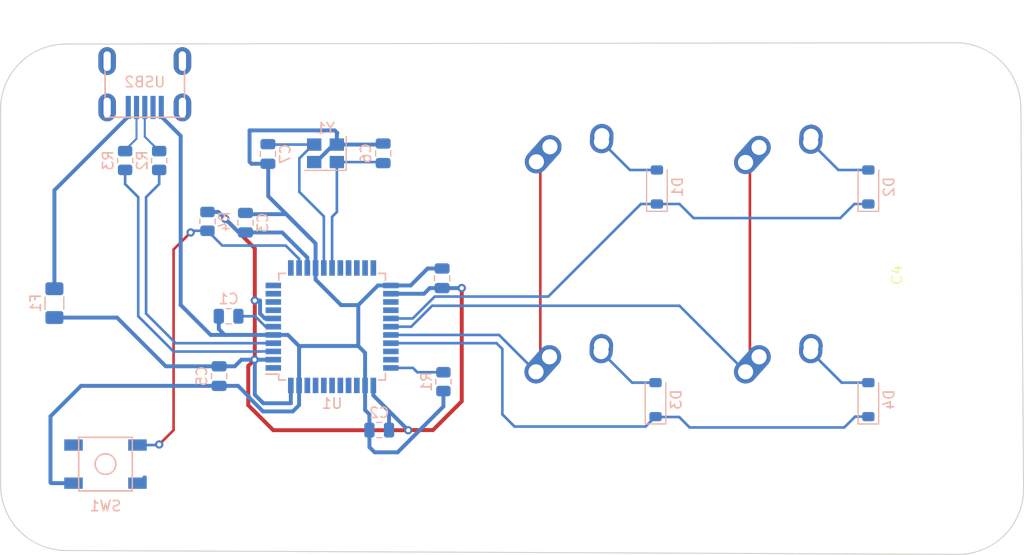
<source format=kicad_pcb>
(kicad_pcb (version 20221018) (generator pcbnew)
  (layers (0 "F.Cu" signal) (31 "B.Cu" signal) (34 "B.Paste" user) (35 "F.Paste" user) (36 "B.SilkS" user "B.Silkscreen") (37 "F.SilkS" user "F.Silkscreen") (38 "B.Mask" user) (39 "F.Mask" user) (44 "Edge.Cuts" user))
  (net 0 "")
  (net 1 "Net-(U1-UCAP)")
  (net 2 "GND")
  (net 3 "+5V")
  (net 4 "Net-(U1-XTAL1)")
  (net 5 "Net-(U1-XTAL2)")
  (net 6 "ROW 0")
  (net 7 "Net-(D1-A)")
  (net 8 "Net-(D2-A)")
  (net 9 "ROW 1")
  (net 10 "Net-(D3-A)")
  (net 11 "Net-(D4-A)")
  (net 12 "VCC")
  (net 13 "COL 0")
  (net 14 "COL 1")
  (net 15 "Net-(U1-~{HWB}{slash}PE2)")
  (net 16 "D+")
  (net 17 "Net-(U1-D+)")
  (net 18 "D-")
  (net 19 "Net-(U1-D-)")
  (net 20 "Net-(U1-~{RESET})")
  (footprint "MX_Alps_Hybrid:MX-1U-NoLED" (layer "F.Cu") (at 142.962 105.854)
    (fp_text reference "MX4")
    (fp_text value "MX-NoLED")
    (pad "" np_thru_hole circle (at -5.08 0 48.0996) (size 1.75 1.75) (drill 1.75) (layers "*.Cu" "*.Mask"))
    (pad "" np_thru_hole circle (at 0 0) (size 3.9878 3.9878) (drill 3.9878) (layers "*.Cu" "*.Mask"))
    (pad "" np_thru_hole circle (at 5.08 0 48.0996) (size 1.75 1.75) (drill 1.75) (layers "*.Cu" "*.Mask"))
    (pad "1" thru_hole oval (at -3.81 -2.54 48.0996) (size 4.211556 2.25) (drill 1.47 (offset 0.980778 0)) (layers "*.Cu" "B.Mask") (net 14 "COL 1"))
    (pad "1" thru_hole circle (at -2.5 -4) (size 2.25 2.25) (drill 1.47) (layers "*.Cu" "B.Mask") (net 14 "COL 1"))
    (pad "2" thru_hole oval (at 2.5 -4.5 86.0548) (size 2.831378 2.25) (drill 1.47 (offset 0.290689 0)) (layers "*.Cu" "B.Mask") (net 11 "Net-(D4-A)"))
    (pad "2" thru_hole circle (at 2.54 -5.08) (size 2.25 2.25) (drill 1.47) (layers "*.Cu" "B.Mask") (net 11 "Net-(D4-A)"))
  )
  (footprint "MX_Alps_Hybrid:MX-1U-NoLED" (layer "F.Cu") (at 122.682 85.471)
    (fp_text reference "MX1")
    (fp_text value "MX-NoLED")
    (pad "" np_thru_hole circle (at -5.08 0 48.0996) (size 1.75 1.75) (drill 1.75) (layers "*.Cu" "*.Mask"))
    (pad "" np_thru_hole circle (at 0 0) (size 3.9878 3.9878) (drill 3.9878) (layers "*.Cu" "*.Mask"))
    (pad "" np_thru_hole circle (at 5.08 0 48.0996) (size 1.75 1.75) (drill 1.75) (layers "*.Cu" "*.Mask"))
    (pad "1" thru_hole oval (at -3.81 -2.54 48.0996) (size 4.211556 2.25) (drill 1.47 (offset 0.980778 0)) (layers "*.Cu" "B.Mask") (net 13 "COL 0"))
    (pad "1" thru_hole circle (at -2.5 -4) (size 2.25 2.25) (drill 1.47) (layers "*.Cu" "B.Mask") (net 13 "COL 0"))
    (pad "2" thru_hole oval (at 2.5 -4.5 86.0548) (size 2.831378 2.25) (drill 1.47 (offset 0.290689 0)) (layers "*.Cu" "B.Mask") (net 7 "Net-(D1-A)"))
    (pad "2" thru_hole circle (at 2.54 -5.08) (size 2.25 2.25) (drill 1.47) (layers "*.Cu" "B.Mask") (net 7 "Net-(D1-A)"))
  )
  (footprint "MX_Alps_Hybrid:MX-1U-NoLED" (layer "F.Cu") (at 122.642 105.854)
    (fp_text reference "MX3")
    (fp_text value "MX-NoLED")
    (pad "" np_thru_hole circle (at -5.08 0 48.0996) (size 1.75 1.75) (drill 1.75) (layers "*.Cu" "*.Mask"))
    (pad "" np_thru_hole circle (at 0 0) (size 3.9878 3.9878) (drill 3.9878) (layers "*.Cu" "*.Mask"))
    (pad "" np_thru_hole circle (at 5.08 0 48.0996) (size 1.75 1.75) (drill 1.75) (layers "*.Cu" "*.Mask"))
    (pad "1" thru_hole oval (at -3.81 -2.54 48.0996) (size 4.211556 2.25) (drill 1.47 (offset 0.980778 0)) (layers "*.Cu" "B.Mask") (net 13 "COL 0"))
    (pad "1" thru_hole circle (at -2.5 -4) (size 2.25 2.25) (drill 1.47) (layers "*.Cu" "B.Mask") (net 13 "COL 0"))
    (pad "2" thru_hole oval (at 2.5 -4.5 86.0548) (size 2.831378 2.25) (drill 1.47 (offset 0.290689 0)) (layers "*.Cu" "B.Mask") (net 10 "Net-(D3-A)"))
    (pad "2" thru_hole circle (at 2.54 -5.08) (size 2.25 2.25) (drill 1.47) (layers "*.Cu" "B.Mask") (net 10 "Net-(D3-A)"))
  )
  (footprint "MX_Alps_Hybrid:MX-1U-NoLED" (layer "F.Cu") (at 142.962 85.534)
    (fp_text reference "MX2")
    (fp_text value "MX-NoLED")
    (pad "" np_thru_hole circle (at -5.08 0 48.0996) (size 1.75 1.75) (drill 1.75) (layers "*.Cu" "*.Mask"))
    (pad "" np_thru_hole circle (at 0 0) (size 3.9878 3.9878) (drill 3.9878) (layers "*.Cu" "*.Mask"))
    (pad "" np_thru_hole circle (at 5.08 0 48.0996) (size 1.75 1.75) (drill 1.75) (layers "*.Cu" "*.Mask"))
    (pad "1" thru_hole oval (at -3.81 -2.54 48.0996) (size 4.211556 2.25) (drill 1.47 (offset 0.980778 0)) (layers "*.Cu" "B.Mask") (net 14 "COL 1"))
    (pad "1" thru_hole circle (at -2.5 -4) (size 2.25 2.25) (drill 1.47) (layers "*.Cu" "B.Mask") (net 14 "COL 1"))
    (pad "2" thru_hole oval (at 2.5 -4.5 86.0548) (size 2.831378 2.25) (drill 1.47 (offset 0.290689 0)) (layers "*.Cu" "B.Mask") (net 8 "Net-(D2-A)"))
    (pad "2" thru_hole circle (at 2.54 -5.08) (size 2.25 2.25) (drill 1.47) (layers "*.Cu" "B.Mask") (net 8 "Net-(D2-A)"))
  )
  (footprint "Capacitor_SMD:C_0805_2012Metric" (layer "B.Cu") (at 109.728 94.234 90)
    (fp_text reference "C4" (at 0.318 44.10869 90) (layer "F.SilkS"))
    (fp_text value "0.1uF")
    (fp_line (start -0.261252 -0.735) (end 0.261252 -0.735) (stroke (width 0.12)) (layer "B.SilkS"))
    (fp_line (start -0.261252 0.735) (end 0.261252 0.735) (stroke (width 0.12)) (layer "B.SilkS"))
    (pad "1" smd roundrect (at -0.95 0 90) (size 1 1.45) (layers "B.Cu" "B.Paste" "B.Mask") (net 3 "+5V"))
    (pad "2" smd roundrect (at 0.95 0 90) (size 1 1.45) (layers "B.Cu" "B.Paste" "B.Mask") (net 2 "GND"))
  )
  (footprint "Diode_SMD:D_SOD-123" (layer "B.Cu") (at 130.42075 106.01275 90)
    (fp_text reference "D3" (at 0 2 90) (layer "B.SilkS") (effects (justify mirror)))
    (fp_text value "SOD-123")
    (fp_line (start -2.36 -1) (end 1.65 -1) (stroke (width 0.12)) (layer "B.SilkS"))
    (fp_line (start -2.36 1) (end -2.36 -1) (stroke (width 0.12)) (layer "B.SilkS"))
    (fp_line (start -2.36 1) (end 1.65 1) (stroke (width 0.12)) (layer "B.SilkS"))
    (pad "1" smd roundrect (at -1.65 0 90) (size 0.9 1.2) (layers "B.Cu" "B.Paste" "B.Mask") (net 9 "ROW 1"))
    (pad "2" smd roundrect (at 1.65 0 90) (size 0.9 1.2) (layers "B.Cu" "B.Paste" "B.Mask") (net 10 "Net-(D3-A)"))
  )
  (footprint "Diode_SMD:D_SOD-123" (layer "B.Cu") (at 151.05825 106.01275 90)
    (fp_text reference "D4" (at 0 2 90) (layer "B.SilkS") (effects (justify mirror)))
    (fp_text value "SOD-123")
    (fp_line (start -2.36 -1) (end 1.65 -1) (stroke (width 0.12)) (layer "B.SilkS"))
    (fp_line (start -2.36 1) (end -2.36 -1) (stroke (width 0.12)) (layer "B.SilkS"))
    (fp_line (start -2.36 1) (end 1.65 1) (stroke (width 0.12)) (layer "B.SilkS"))
    (pad "1" smd roundrect (at -1.65 0 90) (size 0.9 1.2) (layers "B.Cu" "B.Paste" "B.Mask") (net 9 "ROW 1"))
    (pad "2" smd roundrect (at 1.65 0 90) (size 0.9 1.2) (layers "B.Cu" "B.Paste" "B.Mask") (net 11 "Net-(D4-A)"))
  )
  (footprint "Capacitor_SMD:C_0805_2012Metric" (layer "B.Cu") (at 104.013 82.108 -90)
    (fp_text reference "C6" (at 0 1.68 -270) (layer "B.SilkS") (effects (justify mirror)))
    (fp_text value "22pF")
    (fp_line (start -0.261252 -0.735) (end 0.261252 -0.735) (stroke (width 0.12)) (layer "B.SilkS"))
    (fp_line (start -0.261252 0.735) (end 0.261252 0.735) (stroke (width 0.12)) (layer "B.SilkS"))
    (pad "1" smd roundrect (at -0.95 0 270) (size 1 1.45) (layers "B.Cu" "B.Paste" "B.Mask") (net 2 "GND"))
    (pad "2" smd roundrect (at 0.95 0 270) (size 1 1.45) (layers "B.Cu" "B.Paste" "B.Mask") (net 4 "Net-(U1-XTAL1)"))
  )
  (footprint "Resistor_SMD:R_0805_2012Metric" (layer "B.Cu") (at 82.296 82.804 -90)
    (fp_text reference "R2" (at 0 1.65 90) (layer "B.SilkS") (effects (justify mirror)))
    (fp_text value "22")
    (fp_line (start -0.227064 -0.735) (end 0.227064 -0.735) (stroke (width 0.12)) (layer "B.SilkS"))
    (fp_line (start -0.227064 0.735) (end 0.227064 0.735) (stroke (width 0.12)) (layer "B.SilkS"))
    (pad "1" smd roundrect (at -0.9125 0 270) (size 1.025 1.4) (layers "B.Cu" "B.Paste" "B.Mask") (roundrect_rratio 0.243902) (net 16 "D+"))
    (pad "2" smd roundrect (at 0.9125 0 270) (size 1.025 1.4) (layers "B.Cu" "B.Paste" "B.Mask") (roundrect_rratio 0.243902) (net 17 "Net-(U1-D+)"))
  )
  (footprint "Resistor_SMD:R_0805_2012Metric" (layer "B.Cu") (at 86.97625 88.712 90)
    (fp_text reference "R4" (at 0 1.65 -270) (layer "B.SilkS") (effects (justify mirror)))
    (fp_text value "10k")
    (fp_line (start -0.227064 -0.735) (end 0.227064 -0.735) (stroke (width 0.12)) (layer "B.SilkS"))
    (fp_line (start -0.227064 0.735) (end 0.227064 0.735) (stroke (width 0.12)) (layer "B.SilkS"))
    (pad "1" smd roundrect (at -0.9125 0 90) (size 1.025 1.4) (layers "B.Cu" "B.Paste" "B.Mask") (roundrect_rratio 0.243902) (net 20 "Net-(U1-~{RESET})"))
    (pad "2" smd roundrect (at 0.9125 0 90) (size 1.025 1.4) (layers "B.Cu" "B.Paste" "B.Mask") (roundrect_rratio 0.243902) (net 3 "+5V"))
  )
  (footprint "Capacitor_SMD:C_0805_2012Metric" (layer "B.Cu") (at 103.632 108.966 180)
    (fp_text reference "C2" (at 0 1.68 -360) (layer "B.SilkS") (effects (justify mirror)))
    (fp_text value "0.1uF")
    (fp_line (start -0.261252 -0.735) (end 0.261252 -0.735) (stroke (width 0.12)) (layer "B.SilkS"))
    (fp_line (start -0.261252 0.735) (end 0.261252 0.735) (stroke (width 0.12)) (layer "B.SilkS"))
    (pad "1" smd roundrect (at -0.95 0 180) (size 1 1.45) (layers "B.Cu" "B.Paste" "B.Mask") (net 3 "+5V"))
    (pad "2" smd roundrect (at 0.95 0 180) (size 1 1.45) (layers "B.Cu" "B.Paste" "B.Mask") (net 2 "GND"))
  )
  (footprint "Package_QFP:TQFP-44_10x10mm_P0.8mm" (layer "B.Cu") (at 99.06 98.933)
    (fp_text reference "U1" (at 0 7.45 -360) (layer "B.SilkS") (effects (justify mirror)))
    (fp_text value "ATmega32U4-A")
    (fp_line (start -5.175 -5.175) (end -5.175 -4.5) (stroke (width 0.15)) (layer "B.SilkS"))
    (fp_line (start -5.175 -5.175) (end -4.5 -5.175) (stroke (width 0.15)) (layer "B.SilkS"))
    (fp_line (start -5.175 4.6) (end -6.45 4.6) (stroke (width 0.15)) (layer "B.SilkS"))
    (fp_line (start -5.175 5.175) (end -5.175 4.6) (stroke (width 0.15)) (layer "B.SilkS"))
    (fp_line (start -5.175 5.175) (end -4.5 5.175) (stroke (width 0.15)) (layer "B.SilkS"))
    (fp_line (start 5.175 -5.175) (end 4.5 -5.175) (stroke (width 0.15)) (layer "B.SilkS"))
    (fp_line (start 5.175 -5.175) (end 5.175 -4.5) (stroke (width 0.15)) (layer "B.SilkS"))
    (fp_line (start 5.175 5.175) (end 4.5 5.175) (stroke (width 0.15)) (layer "B.SilkS"))
    (fp_line (start 5.175 5.175) (end 5.175 4.5) (stroke (width 0.15)) (layer "B.SilkS"))
    (pad "1" smd rect (at -5.7 4) (size 1.5 0.55) (layers "B.Cu" "B.Paste" "B.Mask"))
    (pad "2" smd rect (at -5.7 3.2) (size 1.5 0.55) (layers "B.Cu" "B.Paste" "B.Mask") (net 3 "+5V"))
    (pad "3" smd rect (at -5.7 2.4) (size 1.5 0.55) (layers "B.Cu" "B.Paste" "B.Mask") (net 19 "Net-(U1-D-)"))
    (pad "4" smd rect (at -5.7 1.6) (size 1.5 0.55) (layers "B.Cu" "B.Paste" "B.Mask") (net 17 "Net-(U1-D+)"))
    (pad "5" smd rect (at -5.7 0.8) (size 1.5 0.55) (layers "B.Cu" "B.Paste" "B.Mask") (net 2 "GND"))
    (pad "6" smd rect (at -5.7 0) (size 1.5 0.55) (layers "B.Cu" "B.Paste" "B.Mask") (net 1 "Net-(U1-UCAP)"))
    (pad "7" smd rect (at -5.7 -0.8) (size 1.5 0.55) (layers "B.Cu" "B.Paste" "B.Mask") (net 3 "+5V"))
    (pad "8" smd rect (at -5.7 -1.6) (size 1.5 0.55) (layers "B.Cu" "B.Paste" "B.Mask"))
    (pad "9" smd rect (at -5.7 -2.4) (size 1.5 0.55) (layers "B.Cu" "B.Paste" "B.Mask"))
    (pad "10" smd rect (at -5.7 -3.2) (size 1.5 0.55) (layers "B.Cu" "B.Paste" "B.Mask"))
    (pad "11" smd rect (at -5.7 -4) (size 1.5 0.55) (layers "B.Cu" "B.Paste" "B.Mask"))
    (pad "12" smd rect (at -4 -5.7 270) (size 1.5 0.55) (layers "B.Cu" "B.Paste" "B.Mask"))
    (pad "13" smd rect (at -3.2 -5.7 270) (size 1.5 0.55) (layers "B.Cu" "B.Paste" "B.Mask") (net 20 "Net-(U1-~{RESET})"))
    (pad "14" smd rect (at -2.4 -5.7 270) (size 1.5 0.55) (layers "B.Cu" "B.Paste" "B.Mask") (net 3 "+5V"))
    (pad "15" smd rect (at -1.6 -5.7 270) (size 1.5 0.55) (layers "B.Cu" "B.Paste" "B.Mask") (net 2 "GND"))
    (pad "16" smd rect (at -0.8 -5.7 270) (size 1.5 0.55) (layers "B.Cu" "B.Paste" "B.Mask") (net 5 "Net-(U1-XTAL2)"))
    (pad "17" smd rect (at 0 -5.7 270) (size 1.5 0.55) (layers "B.Cu" "B.Paste" "B.Mask") (net 4 "Net-(U1-XTAL1)"))
    (pad "18" smd rect (at 0.8 -5.7 270) (size 1.5 0.55) (layers "B.Cu" "B.Paste" "B.Mask"))
    (pad "19" smd rect (at 1.6 -5.7 270) (size 1.5 0.55) (layers "B.Cu" "B.Paste" "B.Mask"))
    (pad "20" smd rect (at 2.4 -5.7 270) (size 1.5 0.55) (layers "B.Cu" "B.Paste" "B.Mask"))
    (pad "21" smd rect (at 3.2 -5.7 270) (size 1.5 0.55) (layers "B.Cu" "B.Paste" "B.Mask"))
    (pad "22" smd rect (at 4 -5.7 270) (size 1.5 0.55) (layers "B.Cu" "B.Paste" "B.Mask"))
    (pad "23" smd rect (at 5.7 -4) (size 1.5 0.55) (layers "B.Cu" "B.Paste" "B.Mask") (net 2 "GND"))
    (pad "24" smd rect (at 5.7 -3.2) (size 1.5 0.55) (layers "B.Cu" "B.Paste" "B.Mask") (net 3 "+5V"))
    (pad "25" smd rect (at 5.7 -2.4) (size 1.5 0.55) (layers "B.Cu" "B.Paste" "B.Mask"))
    (pad "26" smd rect (at 5.7 -1.6) (size 1.5 0.55) (layers "B.Cu" "B.Paste" "B.Mask"))
    (pad "27" smd rect (at 5.7 -0.8) (size 1.5 0.55) (layers "B.Cu" "B.Paste" "B.Mask") (net 6 "ROW 0"))
    (pad "28" smd rect (at 5.7 0) (size 1.5 0.55) (layers "B.Cu" "B.Paste" "B.Mask") (net 14 "COL 1"))
    (pad "29" smd rect (at 5.7 0.8) (size 1.5 0.55) (layers "B.Cu" "B.Paste" "B.Mask") (net 13 "COL 0"))
    (pad "30" smd rect (at 5.7 1.6) (size 1.5 0.55) (layers "B.Cu" "B.Paste" "B.Mask") (net 9 "ROW 1"))
    (pad "31" smd rect (at 5.7 2.4) (size 1.5 0.55) (layers "B.Cu" "B.Paste" "B.Mask"))
    (pad "32" smd rect (at 5.7 3.2) (size 1.5 0.55) (layers "B.Cu" "B.Paste" "B.Mask"))
    (pad "33" smd rect (at 5.7 4) (size 1.5 0.55) (layers "B.Cu" "B.Paste" "B.Mask") (net 15 "Net-(U1-~{HWB}{slash}PE2)"))
    (pad "34" smd rect (at 4 5.7 270) (size 1.5 0.55) (layers "B.Cu" "B.Paste" "B.Mask") (net 3 "+5V"))
    (pad "35" smd rect (at 3.2 5.7 270) (size 1.5 0.55) (layers "B.Cu" "B.Paste" "B.Mask") (net 2 "GND"))
    (pad "36" smd rect (at 2.4 5.7 270) (size 1.5 0.55) (layers "B.Cu" "B.Paste" "B.Mask"))
    (pad "37" smd rect (at 1.6 5.7 270) (size 1.5 0.55) (layers "B.Cu" "B.Paste" "B.Mask"))
    (pad "38" smd rect (at 0.8 5.7 270) (size 1.5 0.55) (layers "B.Cu" "B.Paste" "B.Mask"))
    (pad "39" smd rect (at 0 5.7 270) (size 1.5 0.55) (layers "B.Cu" "B.Paste" "B.Mask"))
    (pad "40" smd rect (at -0.8 5.7 270) (size 1.5 0.55) (layers "B.Cu" "B.Paste" "B.Mask"))
    (pad "41" smd rect (at -1.6 5.7 270) (size 1.5 0.55) (layers "B.Cu" "B.Paste" "B.Mask"))
    (pad "42" smd rect (at -2.4 5.7 270) (size 1.5 0.55) (layers "B.Cu" "B.Paste" "B.Mask"))
    (pad "43" smd rect (at -3.2 5.7 270) (size 1.5 0.55) (layers "B.Cu" "B.Paste" "B.Mask") (net 2 "GND"))
    (pad "44" smd rect (at -4 5.7 270) (size 1.5 0.55) (layers "B.Cu" "B.Paste" "B.Mask") (net 3 "+5V"))
  )
  (footprint "Diode_SMD:D_SOD-123" (layer "B.Cu") (at 151.05825 85.37525 90)
    (fp_text reference "D2" (at 0 2 90) (layer "B.SilkS") (effects (justify mirror)))
    (fp_text value "SOD-123")
    (fp_line (start -2.36 -1) (end 1.65 -1) (stroke (width 0.12)) (layer "B.SilkS"))
    (fp_line (start -2.36 1) (end -2.36 -1) (stroke (width 0.12)) (layer "B.SilkS"))
    (fp_line (start -2.36 1) (end 1.65 1) (stroke (width 0.12)) (layer "B.SilkS"))
    (pad "1" smd roundrect (at -1.65 0 90) (size 0.9 1.2) (layers "B.Cu" "B.Paste" "B.Mask") (net 6 "ROW 0"))
    (pad "2" smd roundrect (at 1.65 0 90) (size 0.9 1.2) (layers "B.Cu" "B.Paste" "B.Mask") (net 8 "Net-(D2-A)"))
  )
  (footprint "Resistor_SMD:R_0805_2012Metric" (layer "B.Cu") (at 78.994 82.804 -90)
    (fp_text reference "R3" (at 0 1.65 90) (layer "B.SilkS") (effects (justify mirror)))
    (fp_text value "22")
    (fp_line (start -0.227064 -0.735) (end 0.227064 -0.735) (stroke (width 0.12)) (layer "B.SilkS"))
    (fp_line (start -0.227064 0.735) (end 0.227064 0.735) (stroke (width 0.12)) (layer "B.SilkS"))
    (pad "1" smd roundrect (at -0.9125 0 270) (size 1.025 1.4) (layers "B.Cu" "B.Paste" "B.Mask") (roundrect_rratio 0.243902) (net 18 "D-"))
    (pad "2" smd roundrect (at 0.9125 0 270) (size 1.025 1.4) (layers "B.Cu" "B.Paste" "B.Mask") (roundrect_rratio 0.243902) (net 19 "Net-(U1-D-)"))
  )
  (footprint "Capacitor_SMD:C_0805_2012Metric" (layer "B.Cu") (at 88.10625 103.72725 -90)
    (fp_text reference "C5" (at 0 1.68 -270) (layer "B.SilkS") (effects (justify mirror)))
    (fp_text value "10uF")
    (fp_line (start -0.261252 -0.735) (end 0.261252 -0.735) (stroke (width 0.12)) (layer "B.SilkS"))
    (fp_line (start -0.261252 0.735) (end 0.261252 0.735) (stroke (width 0.12)) (layer "B.SilkS"))
    (pad "1" smd roundrect (at -0.95 0 270) (size 1 1.45) (layers "B.Cu" "B.Paste" "B.Mask") (net 3 "+5V"))
    (pad "2" smd roundrect (at 0.95 0 270) (size 1 1.45) (layers "B.Cu" "B.Paste" "B.Mask") (net 2 "GND"))
  )
  (footprint "Resistor_SMD:R_0805_2012Metric" (layer "B.Cu") (at 109.855 104.267 -90)
    (fp_text reference "R1" (at 0 1.65 90) (layer "B.SilkS") (effects (justify mirror)))
    (fp_text value "10k")
    (fp_line (start -0.227064 -0.735) (end 0.227064 -0.735) (stroke (width 0.12)) (layer "B.SilkS"))
    (fp_line (start -0.227064 0.735) (end 0.227064 0.735) (stroke (width 0.12)) (layer "B.SilkS"))
    (pad "1" smd roundrect (at -0.9125 0 270) (size 1.025 1.4) (layers "B.Cu" "B.Paste" "B.Mask") (roundrect_rratio 0.243902) (net 15 "Net-(U1-~{HWB}{slash}PE2)"))
    (pad "2" smd roundrect (at 0.9125 0 270) (size 1.025 1.4) (layers "B.Cu" "B.Paste" "B.Mask") (roundrect_rratio 0.243902) (net 2 "GND"))
  )
  (footprint "Diode_SMD:D_SOD-123" (layer "B.Cu") (at 130.556 85.37525 90)
    (fp_text reference "D1" (at 0 2 90) (layer "B.SilkS") (effects (justify mirror)))
    (fp_text value "SOD-123")
    (fp_line (start -2.36 -1) (end 1.65 -1) (stroke (width 0.12)) (layer "B.SilkS"))
    (fp_line (start -2.36 1) (end -2.36 -1) (stroke (width 0.12)) (layer "B.SilkS"))
    (fp_line (start -2.36 1) (end 1.65 1) (stroke (width 0.12)) (layer "B.SilkS"))
    (pad "1" smd roundrect (at -1.65 0 90) (size 0.9 1.2) (layers "B.Cu" "B.Paste" "B.Mask") (net 6 "ROW 0"))
    (pad "2" smd roundrect (at 1.65 0 90) (size 0.9 1.2) (layers "B.Cu" "B.Paste" "B.Mask") (net 7 "Net-(D1-A)"))
  )
  (footprint "Capacitor_SMD:C_0805_2012Metric" (layer "B.Cu") (at 90.65925 88.839 90)
    (fp_text reference "C3" (at 0 1.68 -270) (layer "B.SilkS") (effects (justify mirror)))
    (fp_text value "0.1uF")
    (fp_line (start -0.261252 -0.735) (end 0.261252 -0.735) (stroke (width 0.12)) (layer "B.SilkS"))
    (fp_line (start -0.261252 0.735) (end 0.261252 0.735) (stroke (width 0.12)) (layer "B.SilkS"))
    (pad "1" smd roundrect (at -0.95 0 90) (size 1 1.45) (layers "B.Cu" "B.Paste" "B.Mask") (net 3 "+5V"))
    (pad "2" smd roundrect (at 0.95 0 90) (size 1 1.45) (layers "B.Cu" "B.Paste" "B.Mask") (net 2 "GND"))
  )
  (footprint "Capacitor_SMD:C_0805_2012Metric" (layer "B.Cu") (at 89.027 97.917 180)
    (fp_text reference "C1" (at 0 1.68 -360) (layer "B.SilkS") (effects (justify mirror)))
    (fp_text value "1 uF")
    (fp_line (start -0.261252 -0.735) (end 0.261252 -0.735) (stroke (width 0.12)) (layer "B.SilkS"))
    (fp_line (start -0.261252 0.735) (end 0.261252 0.735) (stroke (width 0.12)) (layer "B.SilkS"))
    (pad "1" smd roundrect (at -0.95 0 180) (size 1 1.45) (layers "B.Cu" "B.Paste" "B.Mask") (net 1 "Net-(U1-UCAP)"))
    (pad "2" smd roundrect (at 0.95 0 180) (size 1 1.45) (layers "B.Cu" "B.Paste" "B.Mask") (net 2 "GND"))
  )
  (footprint "Crystal:Crystal_SMD_3225-4Pin_3.2x2.5mm" (layer "B.Cu") (at 98.425 82.108 180)
    (fp_text reference "Y1" (at 0 2.45 -360) (layer "B.SilkS") (effects (justify mirror)))
    (fp_text value "16Mhz")
    (fp_line (start -2 -1.65) (end 2 -1.65) (stroke (width 0.12)) (layer "B.SilkS"))
    (fp_line (start -2 1.65) (end -2 -1.65) (stroke (width 0.12)) (layer "B.SilkS"))
    (pad "1" smd rect (at -1.1 -0.85 180) (size 1.4 1.2) (layers "B.Cu" "B.Paste" "B.Mask") (net 4 "Net-(U1-XTAL1)"))
    (pad "2" smd rect (at 1.1 -0.85 180) (size 1.4 1.2) (layers "B.Cu" "B.Paste" "B.Mask") (net 2 "GND"))
    (pad "3" smd rect (at 1.1 0.85 180) (size 1.4 1.2) (layers "B.Cu" "B.Paste" "B.Mask") (net 5 "Net-(U1-XTAL2)"))
    (pad "4" smd rect (at -1.1 0.85 180) (size 1.4 1.2) (layers "B.Cu" "B.Paste" "B.Mask") (net 2 "GND"))
  )
  (footprint "Fuse:Fuse_1206_3216Metric" (layer "B.Cu") (at 72.136 96.647 -90)
    (fp_text reference "F1" (at 0 1.82 90) (layer "B.SilkS") (effects (justify mirror)))
    (fp_text value "500mA")
    (fp_line (start -0.602064 -0.91) (end 0.602064 -0.91) (stroke (width 0.12)) (layer "B.SilkS"))
    (fp_line (start -0.602064 0.91) (end 0.602064 0.91) (stroke (width 0.12)) (layer "B.SilkS"))
    (pad "1" smd roundrect (at -1.4 0 270) (size 1.25 1.75) (layers "B.Cu" "B.Paste" "B.Mask") (roundrect_rratio 0.2) (net 12 "VCC"))
    (pad "2" smd roundrect (at 1.4 0 270) (size 1.25 1.75) (layers "B.Cu" "B.Paste" "B.Mask") (roundrect_rratio 0.2) (net 3 "+5V"))
  )
  (footprint "random-keyboard-parts:Molex-0548190589" (layer "B.Cu") (at 80.899 73.1555 -90)
    (fp_text reference "USB2" (at 2.032 0 -360) (layer "B.SilkS") (effects (justify mirror)))
    (fp_text value "Molex-0548190589")
    (fp_line (start 0 -3.85) (end 5.45 -3.85) (stroke (width 0.15)) (layer "B.SilkS"))
    (fp_line (start 0 3.85) (end 5.45 3.85) (stroke (width 0.15)) (layer "B.SilkS"))
    (fp_line (start 5.45 3.85) (end 5.45 -3.85) (stroke (width 0.15)) (layer "B.SilkS"))
    (pad "1" smd rect (at 4.5 -1.6 270) (size 2.25 0.5) (layers "B.Cu" "B.Paste" "B.Mask") (net 2 "GND"))
    (pad "2" smd rect (at 4.5 -0.8 270) (size 2.25 0.5) (layers "B.Cu" "B.Paste" "B.Mask"))
    (pad "3" smd rect (at 4.5 0 270) (size 2.25 0.5) (layers "B.Cu" "B.Paste" "B.Mask") (net 16 "D+"))
    (pad "4" smd rect (at 4.5 0.8 270) (size 2.25 0.5) (layers "B.Cu" "B.Paste" "B.Mask") (net 18 "D-"))
    (pad "5" smd rect (at 4.5 1.6 270) (size 2.25 0.5) (layers "B.Cu" "B.Paste" "B.Mask") (net 12 "VCC"))
    (pad "6" thru_hole oval (at 0 -3.65 270) (size 2.7 1.7) (drill oval 1.9 0.7) (layers "*.Cu" "*.Mask"))
    (pad "6" thru_hole oval (at 0 3.65 270) (size 2.7 1.7) (drill oval 1.9 0.7) (layers "*.Cu" "*.Mask"))
    (pad "6" thru_hole oval (at 4.5 -3.65 270) (size 2.7 1.7) (drill oval 1.9 0.7) (layers "*.Cu" "*.Mask"))
    (pad "6" thru_hole oval (at 4.5 3.65 270) (size 2.7 1.7) (drill oval 1.9 0.7) (layers "*.Cu" "*.Mask"))
  )
  (footprint "random-keyboard-parts:SKQG-1155865" (layer "B.Cu") (at 77.089 112.268 180)
    (fp_text reference "SW1" (at 0 -4.064) (layer "B.SilkS") (effects (justify mirror)))
    (fp_text value "SW_Push")
    (fp_line (start -2.6 -2.6) (end -2.6 2.6) (stroke (width 0.15)) (layer "B.SilkS"))
    (fp_line (start -2.6 2.6) (end 2.6 2.6) (stroke (width 0.15)) (layer "B.SilkS"))
    (fp_line (start 2.6 -2.6) (end -2.6 -2.6) (stroke (width 0.15)) (layer "B.SilkS"))
    (fp_line (start 2.6 2.6) (end 2.6 -2.6) (stroke (width 0.15)) (layer "B.SilkS"))
    (fp_circle (center 0 0) (end 1 0) (stroke (width 0.15)) (fill none) (layer "B.SilkS"))
    (pad "1" smd rect (at 3.1 -1.85 180) (size 1.8 1.1) (layers "B.Cu" "B.Paste" "B.Mask") (net 2 "GND"))
    (pad "2" smd rect (at -3.1 1.85 180) (size 1.8 1.1) (layers "B.Cu" "B.Paste" "B.Mask") (net 20 "Net-(U1-~{RESET})"))
    (pad "3" smd rect (at 3.1 1.85 180) (size 1.8 1.1) (layers "B.Cu" "B.Paste" "B.Mask"))
    (pad "4" smd rect (at -3.1 -1.85 180) (size 1.8 1.1) (layers "B.Cu" "B.Paste" "B.Mask"))
  )
  (footprint "Capacitor_SMD:C_0805_2012Metric" (layer "B.Cu") (at 92.837 82.169 90)
    (fp_text reference "C7" (at 0 1.68 -270) (layer "B.SilkS") (effects (justify mirror)))
    (fp_text value "22pF")
    (fp_line (start -0.261252 -0.735) (end 0.261252 -0.735) (stroke (width 0.12)) (layer "B.SilkS"))
    (fp_line (start -0.261252 0.735) (end 0.261252 0.735) (stroke (width 0.12)) (layer "B.SilkS"))
    (pad "1" smd roundrect (at -0.95 0 90) (size 1 1.45) (layers "B.Cu" "B.Paste" "B.Mask") (net 2 "GND"))
    (pad "2" smd roundrect (at 0.95 0 90) (size 1 1.45) (layers "B.Cu" "B.Paste" "B.Mask") (net 5 "Net-(U1-XTAL2)"))
  )
  (gr_arc (start 66.91069 77.851) (mid 68.770562 73.360872) (end 73.26069 71.501) (stroke (width 0.1)) (layer "Edge.Cuts"))
  (gr_arc (start 166.106876 114.681) (mid 164.247004 119.171128) (end 159.756876 121.031) (stroke (width 0.1)) (layer "Edge.Cuts"))
  (gr_line (start 159.756876 121.031) (end 72.75269 120.65) (stroke (width 0.1)) (layer "Edge.Cuts"))
  (gr_line (start 73.26069 71.501) (end 159.49369 71.374) (stroke (width 0.1)) (layer "Edge.Cuts"))
  (gr_arc (start 159.49369 71.374) (mid 163.983818 73.233872) (end 165.84369 77.724) (stroke (width 0.1)) (layer "Edge.Cuts"))
  (gr_line (start 66.924069 114.3) (end 66.924068 77.515128) (stroke (width 0.1)) (layer "Edge.Cuts"))
  (gr_arc (start 73.274068 120.649999) (mid 68.783941 118.790127) (end 66.924069 114.3) (stroke (width 0.1)) (layer "Edge.Cuts"))
  (gr_line (start 166.106876 114.681) (end 165.84369 77.724) (stroke (width 0.1)) (layer "Edge.Cuts"))
  (segment (start 80.80075 113.50625) (end 80.9625 113.50625) (width 0.254) (layer "B.Cu") (net 0))
  (segment (start 92.6135 98.933) (end 93.36 98.933) (width 0.254) (layer "B.Cu") (net 1))
  (segment (start 91.5975 97.917) (end 92.6135 98.933) (width 0.254) (layer "B.Cu") (net 1))
  (segment (start 89.977 97.917) (end 91.5975 97.917) (width 0.254) (layer "B.Cu") (net 1))
  (segment (start 97.46 93.233) (end 97.46 94.364) (width 0.381) (layer "B.Cu") (net 2))
  (segment (start 93.36 99.733) (end 94.775 99.733) (width 0.381) (layer "B.Cu") (net 2))
  (segment (start 103.913 81.258) (end 104.013 81.158) (width 0.381) (layer "B.Cu") (net 2))
  (segment (start 109.855 106.68) (end 105.41 111.125) (width 0.381) (layer "B.Cu") (net 2))
  (segment (start 92.837 83.119) (end 91.247 83.119) (width 0.381) (layer "B.Cu") (net 2))
  (segment (start 102.26 101.46625) (end 101.6 100.80625) (width 0.381) (layer "B.Cu") (net 2))
  (segment (start 90.986 105.718) (end 90.986 105.777658) (width 0.381) (layer "B.Cu") (net 2))
  (segment (start 88.0135 104.67725) (end 87.91575 104.775) (width 0.381) (layer "B.Cu") (net 2))
  (segment (start 102.682 110.6195) (end 102.682 108.966) (width 0.381) (layer "B.Cu") (net 2))
  (segment (start 96.04375 100.80625) (end 101.6 100.80625) (width 0.381) (layer "B.Cu") (net 2))
  (segment (start 89.94525 104.67725) (end 90.986 105.718) (width 0.381) (layer "B.Cu") (net 2))
  (segment (start 95.86 106.54625) (end 95.86 104.633) (width 0.381) (layer "B.Cu") (net 2))
  (segment (start 84.3805 80.412) (end 84.3805 96.8265) (width 0.381) (layer "B.Cu") (net 2))
  (segment (start 90.65925 87.889) (end 90.78125 88.011) (width 0.381) (layer "B.Cu") (net 2))
  (segment (start 88.077 97.917) (end 88.077 99.164) (width 0.381) (layer "B.Cu") (net 2))
  (segment (start 102.682 107.4445) (end 102.682 108.966) (width 0.381) (layer "B.Cu") (net 2))
  (segment (start 102.26 104.633) (end 102.26 107.0225) (width 0.381) (layer "B.Cu") (net 2))
  (segment (start 92.86875 83.15075) (end 92.86875 86.26475) (width 0.381) (layer "B.Cu") (net 2))
  (segment (start 101.6 100.80625) (end 101.6 96.8375) (width 0.381) (layer "B.Cu") (net 2))
  (segment (start 102.26 107.0225) (end 102.682 107.4445) (width 0.381) (layer "B.Cu") (net 2))
  (segment (start 104.76 94.933) (end 106.6795 94.933) (width 0.381) (layer "B.Cu") (net 2))
  (segment (start 97.46 94.364) (end 99.9335 96.8375) (width 0.381) (layer "B.Cu") (net 2))
  (segment (start 99.209 81.258) (end 97.509 82.958) (width 0.381) (layer "B.Cu") (net 2))
  (segment (start 95.86 104.633) (end 95.86 100.99) (width 0.381) (layer "B.Cu") (net 2))
  (segment (start 91.059 82.931) (end 91.059 79.883) (width 0.381) (layer "B.Cu") (net 2))
  (segment (start 99.568 80.137) (end 99.525 80.18) (width 0.381) (layer "B.Cu") (net 2))
  (segment (start 88.10625 104.67725) (end 89.94525 104.67725) (width 0.381) (layer "B.Cu") (net 2))
  (segment (start 84.3805 96.8265) (end 87.287 99.733) (width 0.381) (layer "B.Cu") (net 2))
  (segment (start 102.26 104.633) (end 102.26 101.46625) (width 0.381) (layer "B.Cu") (net 2))
  (segment (start 84.3805 96.8265) (end 84.582 97.028) (width 0.381) (layer "B.Cu") (net 2))
  (segment (start 91.247 83.119) (end 91.059 82.931) (width 0.381) (layer "B.Cu") (net 2))
  (segment (start 90.78125 88.011) (end 94.615 88.011) (width 0.381) (layer "B.Cu") (net 2))
  (segment (start 71.755 114.046) (end 71.755 107.6325) (width 0.381) (layer "B.Cu") (net 2))
  (segment (start 92.86875 86.26475) (end 95.5675 88.9635) (width 0.381) (layer "B.Cu") (net 2))
  (segment (start 73.989 114.118) (end 71.827 114.118) (width 0.381) (layer "B.Cu") (net 2))
  (segment (start 92.364592 107.15625) (end 95.25 107.15625) (width 0.381) (layer "B.Cu") (net 2))
  (segment (start 103.1875 111.125) (end 102.682 110.6195) (width 0.381) (layer "B.Cu") (net 2))
  (segment (start 97.509 82.958) (end 97.325 82.958) (width 0.381) (layer "B.Cu") (net 2))
  (segment (start 92.837 83.119) (end 92.771 83.119) (width 0.381) (layer "B.Cu") (net 2))
  (segment (start 95.946 104.719) (end 95.86 104.633) (width 0.381) (layer "B.Cu") (net 2))
  (segment (start 95.25 107.15625) (end 95.86 106.54625) (width 0.381) (layer "B.Cu") (net 2))
  (segment (start 88.10625 104.67725) (end 88.0135 104.67725) (width 0.381) (layer "B.Cu") (net 2))
  (segment (start 109.855 105.1795) (end 109.855 106.68) (width 0.381) (layer "B.Cu") (net 2))
  (segment (start 92.771 83.119) (end 92.71 83.058) (width 0.381) (layer "B.Cu") (net 2))
  (segment (start 82.499 78.5305) (end 84.3805 80.412) (width 0.381) (layer "B.Cu") (net 2))
  (segment (start 101.6 96.8375) (end 103.5045 94.933) (width 0.381) (layer "B.Cu") (net 2))
  (segment (start 94.775 99.733) (end 95.946 100.904) (width 0.381) (layer "B.Cu") (net 2))
  (segment (start 99.525 81.258) (end 103.913 81.258) (width 0.381) (layer "B.Cu") (net 2))
  (segment (start 99.9335 96.8375) (end 101.6 96.8375) (width 0.381) (layer "B.Cu") (net 2))
  (segment (start 105.41 111.125) (end 103.1875 111.125) (width 0.381) (layer "B.Cu") (net 2))
  (segment (start 92.837 83.119) (end 92.86875 83.15075) (width 0.381) (layer "B.Cu") (net 2))
  (segment (start 71.755 107.6325) (end 74.71025 104.67725) (width 0.381) (layer "B.Cu") (net 2))
  (segment (start 99.314 79.883) (end 99.568 80.137) (width 0.381) (layer "B.Cu") (net 2))
  (segment (start 95.946 100.904) (end 96.04375 100.80625) (width 0.381) (layer "B.Cu") (net 2))
  (segment (start 91.059 79.883) (end 99.314 79.883) (width 0.381) (layer "B.Cu") (net 2))
  (segment (start 74.71025 104.67725) (end 88.10625 104.67725) (width 0.381) (layer "B.Cu") (net 2))
  (segment (start 99.525 81.258) (end 99.209 81.258) (width 0.381) (layer "B.Cu") (net 2))
  (segment (start 95.86 100.99) (end 95.946 100.904) (width 0.381) (layer "B.Cu") (net 2))
  (segment (start 71.827 114.118) (end 71.755 114.046) (width 0.381) (layer "B.Cu") (net 2))
  (segment (start 90.986 105.777658) (end 92.364592 107.15625) (width 0.381) (layer "B.Cu") (net 2))
  (segment (start 94.615 88.011) (end 95.5675 88.9635) (width 0.381) (layer "B.Cu") (net 2))
  (segment (start 95.5675 88.9635) (end 97.46 90.856) (width 0.381) (layer "B.Cu") (net 2))
  (segment (start 95.86 104.633) (end 95.946 104.547) (width 0.381) (layer "B.Cu") (net 2))
  (segment (start 87.287 99.733) (end 93.36 99.733) (width 0.381) (layer "B.Cu") (net 2))
  (segment (start 95.763 89.159) (end 96.9645 90.3605) (width 0.381) (layer "B.Cu") (net 2))
  (segment (start 108.3285 93.284) (end 109.728 93.284) (width 0.381) (layer "B.Cu") (net 2))
  (segment (start 82.499 77.6555) (end 82.499 78.5305) (width 0.381) (layer "B.Cu") (net 2))
  (segment (start 106.6795 94.933) (end 108.3285 93.284) (width 0.381) (layer "B.Cu") (net 2))
  (segment (start 97.46 90.856) (end 97.46 93.233) (width 0.381) (layer "B.Cu") (net 2))
  (segment (start 99.525 80.18) (end 99.525 81.258) (width 0.381) (layer "B.Cu") (net 2))
  (segment (start 88.077 99.164) (end 88.646 99.733) (width 0.381) (layer "B.Cu") (net 2))
  (segment (start 103.5045 94.933) (end 104.76 94.933) (width 0.381) (layer "B.Cu") (net 2))
  (segment (start 108.839 108.966) (end 106.451064 108.966) (width 0.381) (layer "F.Cu") (net 3))
  (segment (start 93.357532 108.978532) (end 106.438532 108.978532) (width 0.381) (layer "F.Cu") (net 3))
  (segment (start 106.451064 108.966) (end 106.438532 108.978532) (width 0.381) (layer "F.Cu") (net 3))
  (segment (start 91.567 91.33175) (end 88.700125 88.464875) (width 0.381) (layer "F.Cu") (net 3))
  (segment (start 91.567 96.393) (end 91.567 91.33175) (width 0.381) (layer "F.Cu") (net 3))
  (segment (start 91.567 96.393) (end 91.567 102.108) (width 0.381) (layer "F.Cu") (net 3))
  (segment (start 91.542 102.133) (end 90.932 102.743) (width 0.381) (layer "F.Cu") (net 3))
  (segment (start 90.932 102.743) (end 90.932 106.553) (width 0.381) (layer "F.Cu") (net 3))
  (segment (start 90.932 106.553) (end 93.357532 108.978532) (width 0.381) (layer "F.Cu") (net 3))
  (segment (start 91.567 102.108) (end 91.542 102.133) (width 0.381) (layer "F.Cu") (net 3))
  (segment (start 111.633 95.184) (end 111.633 106.172) (width 0.381) (layer "F.Cu") (net 3))
  (segment (start 111.633 106.172) (end 108.839 108.966) (width 0.381) (layer "F.Cu") (net 3))
  (via (at 88.700125 88.464875) (size 0.8) (drill 0.4) (layers "F.Cu" "B.Cu") (net 3))
  (via (at 91.542 102.133) (size 0.8) (drill 0.4) (layers "F.Cu" "B.Cu") (net 3))
  (via (at 111.633 95.184) (size 0.8) (drill 0.4) (layers "F.Cu" "B.Cu") (net 3))
  (via (at 91.567 96.393) (size 0.8) (drill 0.4) (layers "F.Cu" "B.Cu") (net 3))
  (via (at 106.438532 108.978532) (size 0.8) (drill 0.4) (layers "F.Cu" "B.Cu") (net 3))
  (segment (start 107.975 95.733) (end 104.76 95.733) (width 0.381) (layer "B.Cu") (net 3))
  (segment (start 92.545356 98.133) (end 93.36 98.133) (width 0.381) (layer "B.Cu") (net 3))
  (segment (start 106.438532 108.978532) (end 103.06 105.6) (width 0.381) (layer "B.Cu") (net 3))
  (segment (start 90.02425 89.789) (end 90.65925 89.789) (width 0.381) (layer "B.Cu") (net 3))
  (segment (start 91.567 102.158) (end 91.542 102.133) (width 0.381) (layer "B.Cu") (net 3))
  (segment (start 111.633 95.184) (end 109.728 95.184) (width 0.381) (layer "B.Cu") (net 3))
  (segment (start 92.075 96.393) (end 92.075 97.662644) (width 0.381) (layer "B.Cu") (net 3))
  (segment (start 92.3925 106.3625) (end 91.567 105.537) (width 0.381) (layer "B.Cu") (net 3))
  (segment (start 96.66 92.227) (end 96.66 93.233) (width 0.381) (layer "B.Cu") (net 3))
  (segment (start 86.97625 87.7995) (end 88.03475 87.7995) (width 0.381) (layer "B.Cu") (net 3))
  (segment (start 108.524 95.184) (end 107.975 95.733) (width 0.381) (layer "B.Cu") (net 3))
  (segment (start 82.9335 102.77725) (end 88.10625 102.77725) (width 0.381) (layer "B.Cu") (net 3))
  (segment (start 78.20325 98.047) (end 82.9335 102.77725) (width 0.381) (layer "B.Cu") (net 3))
  (segment (start 109.728 95.184) (end 108.524 95.184) (width 0.381) (layer "B.Cu") (net 3))
  (segment (start 91.567 96.393) (end 92.075 96.393) (width 0.381) (layer "B.Cu") (net 3))
  (segment (start 90.65925 89.789) (end 94.222 89.789) (width 0.381) (layer "B.Cu") (net 3))
  (segment (start 94.222 89.789) (end 96.66 92.227) (width 0.381) (layer "B.Cu") (net 3))
  (segment (start 72.136 98.047) (end 78.20325 98.047) (width 0.381) (layer "B.Cu") (net 3))
  (segment (start 89.62775 102.77725) (end 90.272 102.133) (width 0.381) (layer "B.Cu") (net 3))
  (segment (start 104.582 108.966) (end 104.582 107.315) (width 0.381) (layer "B.Cu") (net 3))
  (segment (start 91.542 102.133) (end 93.36 102.133) (width 0.381) (layer "B.Cu") (net 3))
  (segment (start 88.03475 87.7995) (end 90.02425 89.789) (width 0.381) (layer "B.Cu") (net 3))
  (segment (start 103.06 105.6) (end 103.06 104.633) (width 0.381) (layer "B.Cu") (net 3))
  (segment (start 95.06 106.3625) (end 92.3925 106.3625) (width 0.381) (layer "B.Cu") (net 3))
  (segment (start 90.272 102.133) (end 91.542 102.133) (width 0.381) (layer "B.Cu") (net 3))
  (segment (start 90.65925 89.789) (end 90.551 89.789) (width 0.381) (layer "B.Cu") (net 3))
  (segment (start 91.567 105.537) (end 91.567 102.158) (width 0.381) (layer "B.Cu") (net 3))
  (segment (start 95.06 104.633) (end 95.06 106.3625) (width 0.381) (layer "B.Cu") (net 3))
  (segment (start 92.075 97.662644) (end 92.545356 98.133) (width 0.381) (layer "B.Cu") (net 3))
  (segment (start 88.10625 102.77725) (end 89.62775 102.77725) (width 0.381) (layer "B.Cu") (net 3))
  (segment (start 99.06 93.233) (end 99.06 88.265) (width 0.254) (layer "B.Cu") (net 4))
  (segment (start 103.913 82.958) (end 104.013 83.058) (width 0.254) (layer "B.Cu") (net 4))
  (segment (start 99.525 87.8) (end 99.525 82.958) (width 0.254) (layer "B.Cu") (net 4))
  (segment (start 99.06 88.265) (end 99.525 87.8) (width 0.254) (layer "B.Cu") (net 4))
  (segment (start 99.525 82.958) (end 103.913 82.958) (width 0.254) (layer "B.Cu") (net 4))
  (segment (start 97.225 81.258) (end 95.885 82.598) (width 0.254) (layer "B.Cu") (net 5))
  (segment (start 97.325 81.258) (end 97.225 81.258) (width 0.254) (layer "B.Cu") (net 5))
  (segment (start 95.885 82.598) (end 95.885 85.852) (width 0.254) (layer "B.Cu") (net 5))
  (segment (start 92.937 81.258) (end 92.837 81.158) (width 0.254) (layer "B.Cu") (net 5))
  (segment (start 97.325 81.258) (end 92.937 81.258) (width 0.254) (layer "B.Cu") (net 5))
  (segment (start 98.26 88.227) (end 98.26 93.233) (width 0.254) (layer "B.Cu") (net 5))
  (segment (start 95.885 85.852) (end 98.26 88.227) (width 0.254) (layer "B.Cu") (net 5))
  (segment (start 151.05825 87.02525) (end 149.70275 87.02525) (width 0.254) (layer "B.Cu") (net 6))
  (segment (start 149.70275 87.02525) (end 148.336 88.392) (width 0.254) (layer "B.Cu") (net 6))
  (segment (start 120.016 96.011) (end 129.00175 87.02525) (width 0.254) (layer "B.Cu") (net 6))
  (segment (start 106.885072 98.133) (end 109.007072 96.011) (width 0.254) (layer "B.Cu") (net 6))
  (segment (start 109.007072 96.011) (end 120.016 96.011) (width 0.254) (layer "B.Cu") (net 6))
  (segment (start 134.112 88.392) (end 132.74525 87.02525) (width 0.254) (layer "B.Cu") (net 6))
  (segment (start 132.74525 87.02525) (end 130.556 87.02525) (width 0.254) (layer "B.Cu") (net 6))
  (segment (start 129.00175 87.02525) (end 130.556 87.02525) (width 0.254) (layer "B.Cu") (net 6))
  (segment (start 148.336 88.392) (end 134.112 88.392) (width 0.254) (layer "B.Cu") (net 6))
  (segment (start 104.76 98.133) (end 106.885072 98.133) (width 0.254) (layer "B.Cu") (net 6))
  (segment (start 130.556 83.72525) (end 127.93625 83.72525) (width 0.254) (layer "B.Cu") (net 7))
  (segment (start 127.93625 83.72525) (end 125.182 80.971) (width 0.254) (layer "B.Cu") (net 7))
  (segment (start 148.15325 83.72525) (end 145.462 81.034) (width 0.254) (layer "B.Cu") (net 8))
  (segment (start 151.05825 83.72525) (end 148.15325 83.72525) (width 0.254) (layer "B.Cu") (net 8))
  (segment (start 116.752396 108.624396) (end 129.459104 108.624396) (width 0.254) (layer "B.Cu") (net 9))
  (segment (start 115.57 107.442) (end 116.752396 108.624396) (width 0.254) (layer "B.Cu") (net 9))
  (segment (start 151.05825 107.66275) (end 149.76625 107.66275) (width 0.254) (layer "B.Cu") (net 9))
  (segment (start 115.011 100.533) (end 115.57 101.092) (width 0.254) (layer "B.Cu") (net 9))
  (segment (start 104.76 100.533) (end 115.011 100.533) (width 0.254) (layer "B.Cu") (net 9))
  (segment (start 115.57 101.092) (end 115.57 107.442) (width 0.254) (layer "B.Cu") (net 9))
  (segment (start 133.731 108.712) (end 132.715 107.696) (width 0.254) (layer "B.Cu") (net 9))
  (segment (start 129.459104 108.624396) (end 130.42075 107.66275) (width 0.254) (layer "B.Cu") (net 9))
  (segment (start 132.715 107.696) (end 130.454 107.696) (width 0.254) (layer "B.Cu") (net 9))
  (segment (start 148.717 108.712) (end 133.731 108.712) (width 0.254) (layer "B.Cu") (net 9))
  (segment (start 130.454 107.696) (end 130.42075 107.66275) (width 0.254) (layer "B.Cu") (net 9))
  (segment (start 149.76625 107.66275) (end 148.717 108.712) (width 0.254) (layer "B.Cu") (net 9))
  (segment (start 125.92569 100.774) (end 125.182 100.774) (width 0.254) (layer "F.Cu") (net 10))
  (segment (start 130.42075 104.36275) (end 128.15075 104.36275) (width 0.254) (layer "B.Cu") (net 10))
  (segment (start 128.15075 104.36275) (end 125.142 101.354) (width 0.254) (layer "B.Cu") (net 10))
  (segment (start 151.05825 104.36275) (end 148.47075 104.36275) (width 0.254) (layer "B.Cu") (net 11))
  (segment (start 148.47075 104.36275) (end 145.462 101.354) (width 0.254) (layer "B.Cu") (net 11))
  (segment (start 72.136 85.6935) (end 72.136 95.247) (width 0.381) (layer "B.Cu") (net 12))
  (segment (start 79.299 78.5305) (end 72.136 85.6935) (width 0.381) (layer "B.Cu") (net 12))
  (segment (start 79.299 77.6555) (end 79.299 78.5305) (width 0.381) (layer "B.Cu") (net 12))
  (segment (start 119.253 102.893) (end 118.832 103.314) (width 0.254) (layer "F.Cu") (net 13))
  (segment (start 118.872 82.931) (end 119.253 83.312) (width 0.254) (layer "F.Cu") (net 13))
  (segment (start 119.253 83.312) (end 119.253 102.893) (width 0.254) (layer "F.Cu") (net 13))
  (segment (start 115.251 99.733) (end 118.832 103.314) (width 0.254) (layer "B.Cu") (net 13))
  (segment (start 104.76 99.733) (end 115.251 99.733) (width 0.254) (layer "B.Cu") (net 13))
  (segment (start 118.832 82.994) (end 118.94069 82.994) (width 0.254) (layer "B.Cu") (net 13))
  (segment (start 139.216 103.378) (end 139.152 103.314) (width 0.254) (layer "F.Cu") (net 14))
  (segment (start 139.573 83.415) (end 139.573 102.893) (width 0.254) (layer "F.Cu") (net 14))
  (segment (start 139.573 102.893) (end 139.573 102.743) (width 0.254) (layer "F.Cu") (net 14))
  (segment (start 139.152 82.994) (end 139.573 83.415) (width 0.254) (layer "F.Cu") (net 14))
  (segment (start 139.216 103.378) (end 139.7 103.378) (width 0.254) (layer "F.Cu") (net 14))
  (segment (start 139.573 102.893) (end 139.152 103.314) (width 0.254) (layer "F.Cu") (net 14))
  (segment (start 104.76 98.933) (end 106.727124 98.933) (width 0.254) (layer "B.Cu") (net 14))
  (segment (start 108.759124 96.901) (end 132.739 96.901) (width 0.254) (layer "B.Cu") (net 14))
  (segment (start 132.739 96.901) (end 139.152 103.314) (width 0.254) (layer "B.Cu") (net 14))
  (segment (start 140.40369 101.79569) (end 140.462 101.854) (width 0.254) (layer "B.Cu") (net 14))
  (segment (start 106.727124 98.933) (end 108.759124 96.901) (width 0.254) (layer "B.Cu") (net 14))
  (segment (start 107.15625 103.1875) (end 106.90175 102.933) (width 0.254) (layer "B.Cu") (net 15))
  (segment (start 106.90175 102.933) (end 104.76 102.933) (width 0.254) (layer "B.Cu") (net 15))
  (segment (start 109.855 103.3545) (end 107.32325 103.3545) (width 0.254) (layer "B.Cu") (net 15))
  (segment (start 107.32325 103.3545) (end 107.15625 103.1875) (width 0.254) (layer "B.Cu") (net 15))
  (segment (start 82.296 81.8915) (end 80.899 80.4945) (width 0.2) (layer "B.Cu") (net 16))
  (segment (start 80.899 80.4945) (end 80.899 77.6555) (width 0.2) (layer "B.Cu") (net 16))
  (segment (start 81.026 86.36) (end 81.026 97.663) (width 0.254) (layer "B.Cu") (net 17))
  (segment (start 83.896 100.533) (end 93.36 100.533) (width 0.254) (layer "B.Cu") (net 17))
  (segment (start 82.296 85.09) (end 81.026 86.36) (width 0.254) (layer "B.Cu") (net 17))
  (segment (start 81.026 97.663) (end 83.896 100.533) (width 0.254) (layer "B.Cu") (net 17))
  (segment (start 82.296 83.7165) (end 82.296 85.09) (width 0.254) (layer "B.Cu") (net 17))
  (segment (start 80.099 80.683) (end 80.099 77.6555) (width 0.2) (layer "B.Cu") (net 18))
  (segment (start 78.994 81.788) (end 80.099 80.683) (width 0.2) (layer "B.Cu") (net 18))
  (segment (start 78.994 81.8915) (end 78.994 81.788) (width 0.2) (layer "B.Cu") (net 18))
  (segment (start 78.994 83.7165) (end 78.994 85.09) (width 0.254) (layer "B.Cu") (net 19))
  (segment (start 78.994 85.09) (end 80.264 86.36) (width 0.254) (layer "B.Cu") (net 19))
  (segment (start 80.264 97.917) (end 83.693 101.346) (width 0.254) (layer "B.Cu") (net 19))
  (segment (start 91.961 101.333) (end 93.36 101.333) (width 0.254) (layer "B.Cu") (net 19))
  (segment (start 83.693 101.346) (end 91.948 101.346) (width 0.254) (layer "B.Cu") (net 19))
  (segment (start 91.948 101.346) (end 91.961 101.333) (width 0.254) (layer "B.Cu") (net 19))
  (segment (start 80.264 86.36) (end 80.264 97.917) (width 0.254) (layer "B.Cu") (net 19))
  (segment (start 83.693 91.44) (end 85.344 89.789) (width 0.254) (layer "F.Cu") (net 20))
  (segment (start 83.693 108.966) (end 83.693 91.44) (width 0.254) (layer "F.Cu") (net 20))
  (segment (start 82.296 110.363) (end 83.693 108.966) (width 0.254) (layer "F.Cu") (net 20))
  (via (at 82.296 110.363) (size 0.8) (drill 0.4) (layers "F.Cu" "B.Cu") (net 20))
  (via (at 85.344 89.789) (size 0.8) (drill 0.4) (layers "F.Cu" "B.Cu") (net 20))
  (segment (start 94.565 91.059) (end 95.86 92.354) (width 0.254) (layer "B.Cu") (net 20))
  (segment (start 85.5085 89.6245) (end 85.344 89.789) (width 0.254) (layer "B.Cu") (net 20))
  (segment (start 88.41075 91.059) (end 92.18325 91.059) (width 0.254) (layer "B.Cu") (net 20))
  (segment (start 82.241 110.418) (end 82.296 110.363) (width 0.254) (layer "B.Cu") (net 20))
  (segment (start 92.18325 91.059) (end 94.565 91.059) (width 0.254) (layer "B.Cu") (net 20))
  (segment (start 80.189 110.418) (end 82.241 110.418) (width 0.254) (layer "B.Cu") (net 20))
  (segment (start 86.97625 89.6245) (end 85.5085 89.6245) (width 0.254) (layer "B.Cu") (net 20))
  (segment (start 86.97625 89.6245) (end 88.41075 91.059) (width 0.254) (layer "B.Cu") (net 20))
  (segment (start 95.86 92.354) (end 95.86 93.233) (width 0.254) (layer "B.Cu") (net 20))
)
</source>
